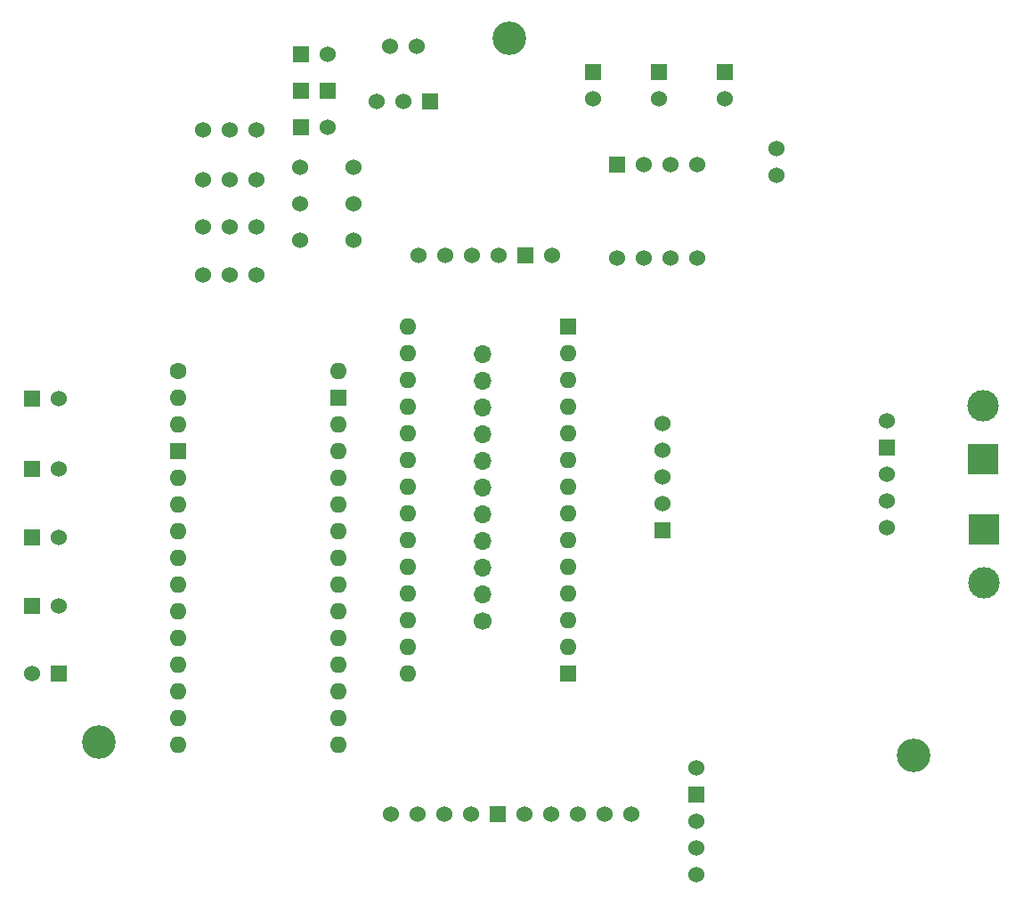
<source format=gbr>
%TF.GenerationSoftware,KiCad,Pcbnew,(6.0.5)*%
%TF.CreationDate,2022-08-04T01:21:20+09:00*%
%TF.ProjectId,sc11bbm,73633131-6262-46d2-9e6b-696361645f70,rev?*%
%TF.SameCoordinates,PXca2b5f1PY459e440*%
%TF.FileFunction,Soldermask,Top*%
%TF.FilePolarity,Negative*%
%FSLAX46Y46*%
G04 Gerber Fmt 4.6, Leading zero omitted, Abs format (unit mm)*
G04 Created by KiCad (PCBNEW (6.0.5)) date 2022-08-04 01:21:20*
%MOMM*%
%LPD*%
G01*
G04 APERTURE LIST*
%ADD10C,1.524000*%
%ADD11R,1.524000X1.524000*%
%ADD12C,3.000000*%
%ADD13R,3.000000X3.000000*%
%ADD14C,3.200000*%
%ADD15C,1.600000*%
%ADD16O,1.600000X1.600000*%
%ADD17R,1.600000X1.600000*%
%ADD18C,1.700000*%
%ADD19O,1.700000X1.700000*%
G04 APERTURE END LIST*
D10*
%TO.C,U9*%
X11679999Y-28860000D03*
X9139999Y-28860000D03*
X6599999Y-28860000D03*
X4059999Y-28860000D03*
X1519999Y-28860000D03*
D11*
X-1020001Y-28860000D03*
D10*
X-3560001Y-28860000D03*
X-6100001Y-28860000D03*
X-8640001Y-28860000D03*
X-11180001Y-28860000D03*
%TD*%
D12*
%TO.C,CI1*%
X45209999Y-6790000D03*
D13*
X45209999Y-1710000D03*
%TD*%
D10*
%TO.C,BT4*%
X-42730001Y-9020000D03*
D11*
X-45270001Y-9020000D03*
%TD*%
D10*
%TO.C,R2*%
X-19790001Y32750000D03*
X-14710001Y32750000D03*
%TD*%
%TO.C,SW1*%
X-23960001Y27000000D03*
X-26500001Y27000000D03*
X-29040001Y27000000D03*
%TD*%
D14*
%TO.C,M3*%
X47899Y44992400D03*
%TD*%
D10*
%TO.C,BT6*%
X8059999Y39230000D03*
D11*
X8059999Y41770000D03*
%TD*%
%TO.C,D2*%
X-19770001Y43500000D03*
D10*
X-17230001Y43500000D03*
%TD*%
%TO.C,RV1*%
X-11270001Y44270000D03*
X-8730001Y44270000D03*
%TD*%
%TO.C,BT1*%
X-42730001Y-2520000D03*
D11*
X-45270001Y-2520000D03*
%TD*%
D15*
%TO.C,A1*%
X-31424001Y13324000D03*
D16*
X-31424001Y10784000D03*
X-31424001Y8244000D03*
D17*
X-31424001Y5704000D03*
D16*
X-31424001Y3164000D03*
X-31424001Y624000D03*
X-31424001Y-1916000D03*
X-31424001Y-4456000D03*
X-31424001Y-6996000D03*
X-31424001Y-9536000D03*
X-31424001Y-12076000D03*
X-31424001Y-14616000D03*
X-31424001Y-17156000D03*
X-31424001Y-19696000D03*
X-31424001Y-22236000D03*
X-16184001Y-22236000D03*
X-16184001Y-19696000D03*
X-16184001Y-17156000D03*
X-16184001Y-14616000D03*
X-16184001Y-12076000D03*
X-16184001Y-9536000D03*
X-16184001Y-6996000D03*
X-16184001Y-4456000D03*
X-16184001Y-1916000D03*
X-16184001Y624000D03*
X-16184001Y3164000D03*
X-16184001Y5704000D03*
X-16184001Y8244000D03*
D17*
X-16184001Y10784000D03*
D16*
X-16184001Y13324000D03*
%TD*%
D11*
%TO.C,D1*%
X-19770001Y40000000D03*
X-17230001Y40000000D03*
%TD*%
D10*
%TO.C,U2*%
X-42730001Y3980000D03*
D11*
X-45270001Y3980000D03*
%TD*%
D10*
%TO.C,SW2*%
X-23960001Y31500000D03*
X-26500001Y31500000D03*
X-29040001Y31500000D03*
%TD*%
D12*
%TO.C,C2*%
X45094999Y10040000D03*
D13*
X45094999Y4960000D03*
%TD*%
D17*
%TO.C,U6*%
X5624999Y-15500000D03*
D16*
X5624999Y-12960000D03*
X5624999Y-10420000D03*
X5624999Y-7880000D03*
X5624999Y-5340000D03*
X5624999Y-2800000D03*
X5624999Y-260000D03*
X5624999Y2280000D03*
X5624999Y4820000D03*
X5624999Y7360000D03*
X5624999Y9900000D03*
X5624999Y12440000D03*
X5624999Y14980000D03*
D17*
X5624999Y17520000D03*
D16*
X-9615001Y17520000D03*
X-9615001Y14980000D03*
X-9615001Y12440000D03*
X-9615001Y9900000D03*
X-9615001Y7360000D03*
X-9615001Y4820000D03*
X-9615001Y2280000D03*
X-9615001Y-260000D03*
X-9615001Y-2800000D03*
X-9615001Y-5340000D03*
X-9615001Y-7880000D03*
X-9615001Y-10420000D03*
X-9615001Y-12960000D03*
X-9615001Y-15500000D03*
%TD*%
D10*
%TO.C,BT5*%
X20539999Y39230000D03*
D11*
X20539999Y41770000D03*
%TD*%
D10*
%TO.C,U1*%
X-42730001Y10730000D03*
D11*
X-45270001Y10730000D03*
%TD*%
D10*
%TO.C,U7*%
X35969999Y8580000D03*
D11*
X35969999Y6040000D03*
D10*
X35969999Y3500000D03*
X35969999Y960000D03*
X35969999Y-1580000D03*
%TD*%
%TO.C,U5*%
X4129999Y24330000D03*
D11*
X1589999Y24330000D03*
D10*
X-950001Y24330000D03*
X-3490001Y24330000D03*
X-6030001Y24330000D03*
X-8570001Y24330000D03*
%TD*%
D14*
%TO.C,M1*%
X-38990001Y-22000000D03*
%TD*%
D11*
%TO.C,Q1*%
X-7460001Y39000000D03*
D10*
X-10000001Y39000000D03*
X-12540001Y39000000D03*
%TD*%
%TO.C,U4*%
X17899999Y-24420000D03*
D11*
X17899999Y-26960000D03*
D10*
X17899999Y-29500000D03*
X17899999Y-32040000D03*
X17899999Y-34580000D03*
%TD*%
%TO.C,R3*%
X-19790001Y29250000D03*
X-14710001Y29250000D03*
%TD*%
%TO.C,SW3*%
X-23960001Y36250000D03*
X-26500001Y36250000D03*
X-29040001Y36250000D03*
%TD*%
%TO.C,U3*%
X10324999Y24055000D03*
X12864999Y24055000D03*
X15404999Y24055000D03*
X17944999Y24055000D03*
X17944999Y32945000D03*
X15404999Y32945000D03*
X12864999Y32945000D03*
D11*
X10324999Y32945000D03*
%TD*%
D10*
%TO.C,BT2*%
X-45270001Y-15480000D03*
D11*
X-42730001Y-15480000D03*
%TD*%
D10*
%TO.C,SW5*%
X25499999Y31960000D03*
X25499999Y34500000D03*
%TD*%
%TO.C,R1*%
X-19790001Y25750000D03*
X-14710001Y25750000D03*
%TD*%
%TO.C,BT3*%
X14289999Y39230000D03*
D11*
X14289999Y41770000D03*
%TD*%
D10*
%TO.C,SW4*%
X-23960001Y22500000D03*
X-26500001Y22500000D03*
X-29040001Y22500000D03*
%TD*%
D14*
%TO.C,M2*%
X38539399Y-23275300D03*
%TD*%
D11*
%TO.C,D3*%
X-19770001Y36500000D03*
D10*
X-17230001Y36500000D03*
%TD*%
D18*
%TO.C,REF\u002A\u002A*%
X-2500001Y-10450000D03*
D19*
X-2500001Y-7910000D03*
X-2500001Y-5370000D03*
X-2500001Y-2830000D03*
X-2500001Y-290000D03*
X-2500001Y2250000D03*
X-2500001Y4790000D03*
X-2500001Y7330000D03*
X-2500001Y9870000D03*
X-2500001Y12410000D03*
X-2500001Y14950000D03*
%TD*%
D10*
%TO.C,U8*%
X14649999Y8330000D03*
X14649999Y5790000D03*
X14649999Y3250000D03*
X14649999Y710000D03*
D11*
X14649999Y-1830000D03*
%TD*%
M02*

</source>
